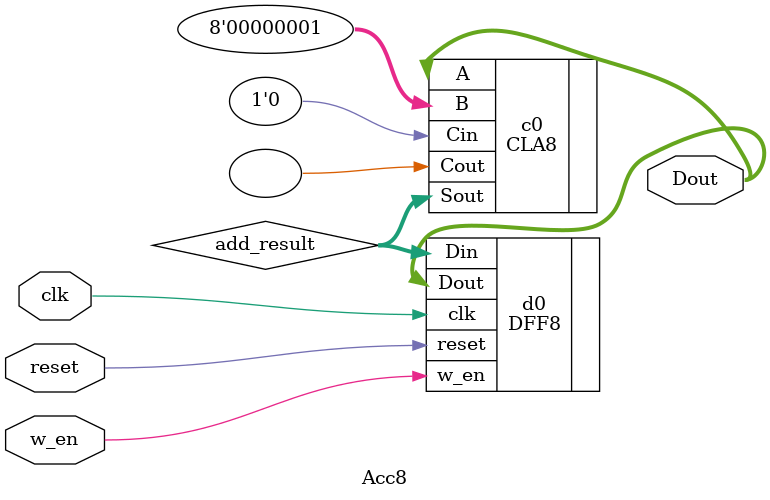
<source format=v>
module Acc8(Dout, w_en, clk, reset);
output [7:0] Dout;
input w_en, clk, reset;

wire [7:0] add_result;

CLA8 c0(.Cout(), .Sout(add_result), .Cin(1'b0), .A(Dout), .B(8'd1));
DFF8 d0(.Dout(Dout), .Din(add_result), .clk(clk), .reset(reset), .w_en(w_en));

endmodule
</source>
